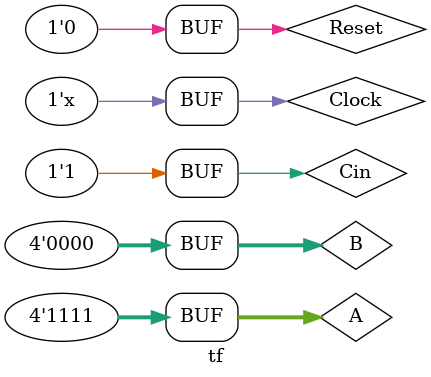
<source format=v>
module tf;

	// Inputs
	reg [3:0] A;
	reg [3:0] B;
	reg Cin;
	reg Clock;
	reg Reset;

	// Outputs
	wire [3:0] Sum;
	wire Cout;

	// Instantiate the Unit Under Test (UUT)
	PipelinedRCA uut (
		.A(A), 
		.B(B), 
		.Cin(Cin), 
		.Sum(Sum), 
		.Cout(Cout), 
		.Clock(Clock), 
		.Reset(Reset)
	);

	initial begin
		// Initialize Inputs
		Clock = 0;
		Reset = 0;
		
		
		A = 3; B = 4; Cin = 0; #10;
    A = 5; B = 7; Cin = 0; #10;
    A = 1; B = 9; Cin = 0; #10;
    A = 11; B = 2; Cin = 0; #10;
    A = 7; B = 6; Cin = 0; #10;
		A = 15; B = 0; Cin = 1; #10;
		
	end
		always #5 Clock=~Clock; 
endmodule

</source>
